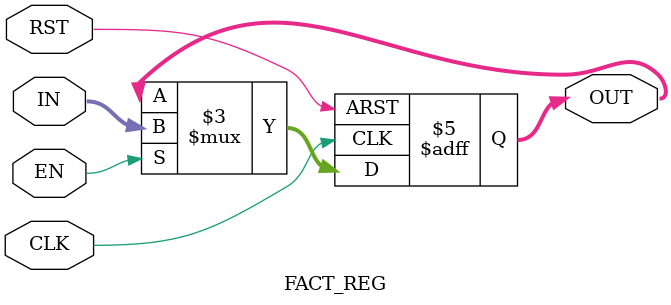
<source format=v>
module FACT_REG(
  input [15:0] IN,
  input CLK,RST,EN,
  output reg [15:0] OUT);
  
  always @(negedge CLK, negedge RST)
  begin
     if (!RST) begin
        OUT <= 16'd1;
     end   
   else if (EN) begin
        OUT <= IN;  
   end
  end
  
endmodule



</source>
